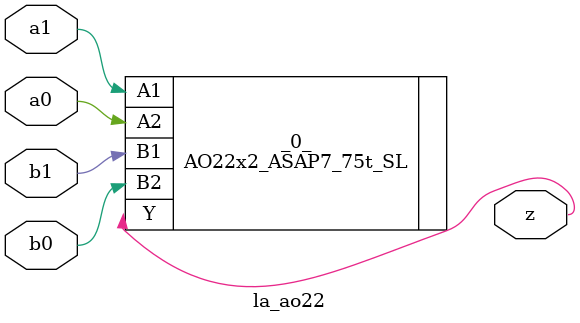
<source format=v>

/* Generated by Yosys 0.44 (git sha1 80ba43d26, g++ 11.4.0-1ubuntu1~22.04 -fPIC -O3) */

(* top =  1  *)
(* src = "generated" *)
module la_ao22 (
    a0,
    a1,
    b0,
    b1,
    z
);
  (* src = "generated" *)
  input a0;
  wire a0;
  (* src = "generated" *)
  input a1;
  wire a1;
  (* src = "generated" *)
  input b0;
  wire b0;
  (* src = "generated" *)
  input b1;
  wire b1;
  (* src = "generated" *)
  output z;
  wire z;
  AO22x2_ASAP7_75t_SL _0_ (
      .A1(a1),
      .A2(a0),
      .B1(b1),
      .B2(b0),
      .Y (z)
  );
endmodule

</source>
